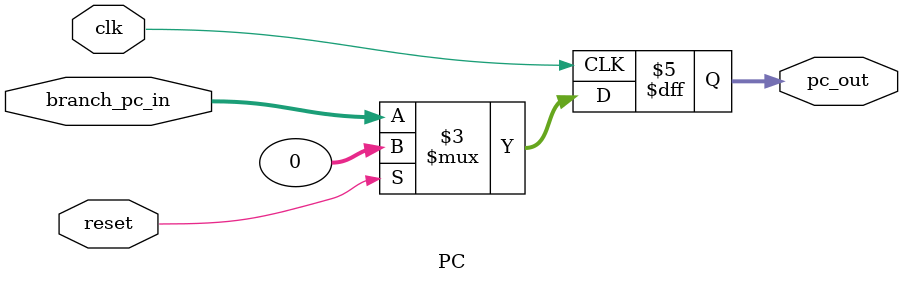
<source format=sv>
module PC ( clk, reset, branch_pc_in, pc_out );
input  logic clk, reset;
input  logic [ 31:0 ] branch_pc_in;
output logic [ 31:0 ] pc_out;
always_ff @( posedge clk )
begin
        if ( reset ) begin
        pc_out <= 32'b0;
        end
        else begin
        pc_out <= branch_pc_in; 
        end
end
endmodule
</source>
